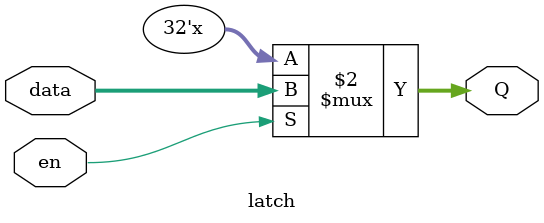
<source format=v>
`timescale 1ns/10ps
/*
module latch #( parameter W = 32, parameter V = 0 )
			(	input			en,
				input			a_reset_n,
				input			reset_dly,
				input	[W-1:0]	data,
				
				output			G_EN,
				output	[W-1:0]	Q
			);
			
	reg		[W-1:0]		Q;
	
	wire	[W-1:0]		latch_in;
	wire				gate_en;
	
	//assign latch_in = (!a_reset_n) ? V : data;
	assign latch_in = (!reset_dly) ? V : data;
	assign gate_en = en || ~a_reset_n;
	assign G_EN = gate_en;
	
	always @ (gate_en, latch_in) begin
		if (gate_en) Q <= latch_in;
	end

endmodule
*/
module latch #( parameter W = 32 )
			(	input			en,
				input	[W-1:0]	data,
				
				output	[W-1:0]	Q
			);
			
	reg		[W-1:0]		Q;
	
	//wire	[W-1:0]		latch_in;
	//wire				gate_en;
	
	//assign latch_in = (!a_reset_n) ? V : data;
	//assign gate_en = en || ~a_reset_n;
	
	always @ (en, data) begin
		if (en) Q <= data;
	end

endmodule

</source>
